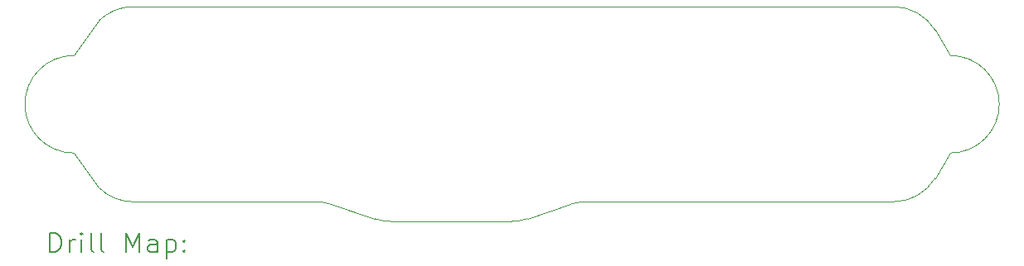
<source format=gbr>
%TF.GenerationSoftware,KiCad,Pcbnew,8.0.4*%
%TF.CreationDate,2024-08-20T15:06:30-04:00*%
%TF.ProjectId,VectexController,56656374-6578-4436-9f6e-74726f6c6c65,rev?*%
%TF.SameCoordinates,Original*%
%TF.FileFunction,Drillmap*%
%TF.FilePolarity,Positive*%
%FSLAX45Y45*%
G04 Gerber Fmt 4.5, Leading zero omitted, Abs format (unit mm)*
G04 Created by KiCad (PCBNEW 8.0.4) date 2024-08-20 15:06:30*
%MOMM*%
%LPD*%
G01*
G04 APERTURE LIST*
%ADD10C,0.100000*%
%ADD11C,0.200000*%
G04 APERTURE END LIST*
D10*
X19800000Y-8000000D02*
X19644441Y-7740736D01*
X13319120Y-9500000D02*
G75*
G02*
X13477102Y-9525615I-1J-500000D01*
G01*
X15920337Y-9526011D02*
X15479664Y-9673989D01*
X10850000Y-9000000D02*
X11103563Y-9353573D01*
X19216890Y-7500000D02*
G75*
G02*
X19644442Y-7740735I0J-500040D01*
G01*
X14081813Y-9700000D02*
G75*
G02*
X13923831Y-9674387I-3J500000D01*
G01*
X19216910Y-9500000D02*
X16079503Y-9500000D01*
X11103553Y-7646447D02*
G75*
G02*
X11457107Y-7500002I353547J-353543D01*
G01*
X10850000Y-8000000D02*
X11103550Y-7646445D01*
X19216890Y-7500000D02*
X11457107Y-7500000D01*
X19645648Y-9257253D02*
G75*
G02*
X19216910Y-9500000I-428738J257243D01*
G01*
X13477102Y-9525614D02*
X13923831Y-9674386D01*
X14081813Y-9700000D02*
X15320497Y-9700000D01*
X19800000Y-9000000D02*
X19645648Y-9257253D01*
X15920337Y-9526011D02*
G75*
G02*
X16079503Y-9500000I159173J-474030D01*
G01*
X11457120Y-9500000D02*
X13319120Y-9500000D01*
X10850000Y-9000000D02*
G75*
G02*
X10850000Y-8000000I0J500000D01*
G01*
X11457120Y-9500000D02*
G75*
G02*
X11103567Y-9353570I0J500040D01*
G01*
X19800000Y-8000000D02*
G75*
G02*
X19800000Y-9000000I0J-500000D01*
G01*
X15479664Y-9673989D02*
G75*
G02*
X15320497Y-9700000I-159174J474029D01*
G01*
D11*
X10605777Y-10016484D02*
X10605777Y-9816484D01*
X10605777Y-9816484D02*
X10653396Y-9816484D01*
X10653396Y-9816484D02*
X10681967Y-9826008D01*
X10681967Y-9826008D02*
X10701015Y-9845055D01*
X10701015Y-9845055D02*
X10710539Y-9864103D01*
X10710539Y-9864103D02*
X10720063Y-9902198D01*
X10720063Y-9902198D02*
X10720063Y-9930770D01*
X10720063Y-9930770D02*
X10710539Y-9968865D01*
X10710539Y-9968865D02*
X10701015Y-9987912D01*
X10701015Y-9987912D02*
X10681967Y-10006960D01*
X10681967Y-10006960D02*
X10653396Y-10016484D01*
X10653396Y-10016484D02*
X10605777Y-10016484D01*
X10805777Y-10016484D02*
X10805777Y-9883150D01*
X10805777Y-9921246D02*
X10815301Y-9902198D01*
X10815301Y-9902198D02*
X10824825Y-9892674D01*
X10824825Y-9892674D02*
X10843872Y-9883150D01*
X10843872Y-9883150D02*
X10862920Y-9883150D01*
X10929586Y-10016484D02*
X10929586Y-9883150D01*
X10929586Y-9816484D02*
X10920063Y-9826008D01*
X10920063Y-9826008D02*
X10929586Y-9835531D01*
X10929586Y-9835531D02*
X10939110Y-9826008D01*
X10939110Y-9826008D02*
X10929586Y-9816484D01*
X10929586Y-9816484D02*
X10929586Y-9835531D01*
X11053396Y-10016484D02*
X11034348Y-10006960D01*
X11034348Y-10006960D02*
X11024825Y-9987912D01*
X11024825Y-9987912D02*
X11024825Y-9816484D01*
X11158158Y-10016484D02*
X11139110Y-10006960D01*
X11139110Y-10006960D02*
X11129586Y-9987912D01*
X11129586Y-9987912D02*
X11129586Y-9816484D01*
X11386729Y-10016484D02*
X11386729Y-9816484D01*
X11386729Y-9816484D02*
X11453396Y-9959341D01*
X11453396Y-9959341D02*
X11520063Y-9816484D01*
X11520063Y-9816484D02*
X11520063Y-10016484D01*
X11701015Y-10016484D02*
X11701015Y-9911722D01*
X11701015Y-9911722D02*
X11691491Y-9892674D01*
X11691491Y-9892674D02*
X11672444Y-9883150D01*
X11672444Y-9883150D02*
X11634348Y-9883150D01*
X11634348Y-9883150D02*
X11615301Y-9892674D01*
X11701015Y-10006960D02*
X11681967Y-10016484D01*
X11681967Y-10016484D02*
X11634348Y-10016484D01*
X11634348Y-10016484D02*
X11615301Y-10006960D01*
X11615301Y-10006960D02*
X11605777Y-9987912D01*
X11605777Y-9987912D02*
X11605777Y-9968865D01*
X11605777Y-9968865D02*
X11615301Y-9949817D01*
X11615301Y-9949817D02*
X11634348Y-9940293D01*
X11634348Y-9940293D02*
X11681967Y-9940293D01*
X11681967Y-9940293D02*
X11701015Y-9930770D01*
X11796253Y-9883150D02*
X11796253Y-10083150D01*
X11796253Y-9892674D02*
X11815301Y-9883150D01*
X11815301Y-9883150D02*
X11853396Y-9883150D01*
X11853396Y-9883150D02*
X11872444Y-9892674D01*
X11872444Y-9892674D02*
X11881967Y-9902198D01*
X11881967Y-9902198D02*
X11891491Y-9921246D01*
X11891491Y-9921246D02*
X11891491Y-9978389D01*
X11891491Y-9978389D02*
X11881967Y-9997436D01*
X11881967Y-9997436D02*
X11872444Y-10006960D01*
X11872444Y-10006960D02*
X11853396Y-10016484D01*
X11853396Y-10016484D02*
X11815301Y-10016484D01*
X11815301Y-10016484D02*
X11796253Y-10006960D01*
X11977205Y-9997436D02*
X11986729Y-10006960D01*
X11986729Y-10006960D02*
X11977205Y-10016484D01*
X11977205Y-10016484D02*
X11967682Y-10006960D01*
X11967682Y-10006960D02*
X11977205Y-9997436D01*
X11977205Y-9997436D02*
X11977205Y-10016484D01*
X11977205Y-9892674D02*
X11986729Y-9902198D01*
X11986729Y-9902198D02*
X11977205Y-9911722D01*
X11977205Y-9911722D02*
X11967682Y-9902198D01*
X11967682Y-9902198D02*
X11977205Y-9892674D01*
X11977205Y-9892674D02*
X11977205Y-9911722D01*
M02*

</source>
